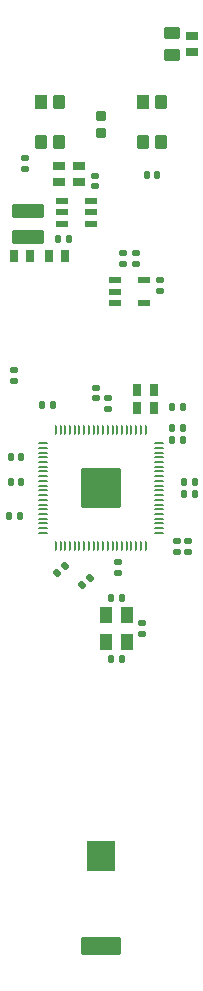
<source format=gtp>
G04*
G04 #@! TF.GenerationSoftware,Altium Limited,Altium Designer,25.4.2 (15)*
G04*
G04 Layer_Color=8421504*
%FSLAX44Y44*%
%MOMM*%
G71*
G04*
G04 #@! TF.SameCoordinates,8C631885-24FB-4105-B1F4-A81627B1BDD2*
G04*
G04*
G04 #@! TF.FilePolarity,Positive*
G04*
G01*
G75*
G04:AMPARAMS|DCode=16|XSize=0.72mm|YSize=0.99mm|CornerRadius=0.09mm|HoleSize=0mm|Usage=FLASHONLY|Rotation=90.000|XOffset=0mm|YOffset=0mm|HoleType=Round|Shape=RoundedRectangle|*
%AMROUNDEDRECTD16*
21,1,0.7200,0.8100,0,0,90.0*
21,1,0.5400,0.9900,0,0,90.0*
1,1,0.1800,0.4050,0.2700*
1,1,0.1800,0.4050,-0.2700*
1,1,0.1800,-0.4050,-0.2700*
1,1,0.1800,-0.4050,0.2700*
%
%ADD16ROUNDEDRECTD16*%
G04:AMPARAMS|DCode=17|XSize=1.4mm|YSize=1.05mm|CornerRadius=0.1313mm|HoleSize=0mm|Usage=FLASHONLY|Rotation=180.000|XOffset=0mm|YOffset=0mm|HoleType=Round|Shape=RoundedRectangle|*
%AMROUNDEDRECTD17*
21,1,1.4000,0.7875,0,0,180.0*
21,1,1.1375,1.0500,0,0,180.0*
1,1,0.2625,-0.5688,0.3938*
1,1,0.2625,0.5688,0.3938*
1,1,0.2625,0.5688,-0.3938*
1,1,0.2625,-0.5688,-0.3938*
%
%ADD17ROUNDEDRECTD17*%
G04:AMPARAMS|DCode=18|XSize=2.6mm|YSize=2.4mm|CornerRadius=0.2mm|HoleSize=0mm|Usage=FLASHONLY|Rotation=90.000|XOffset=0mm|YOffset=0mm|HoleType=Round|Shape=RoundedRectangle|*
%AMROUNDEDRECTD18*
21,1,2.6000,2.0000,0,0,90.0*
21,1,2.2000,2.4000,0,0,90.0*
1,1,0.4000,1.0000,1.1000*
1,1,0.4000,1.0000,-1.1000*
1,1,0.4000,-1.0000,-1.1000*
1,1,0.4000,-1.0000,1.1000*
%
%ADD18ROUNDEDRECTD18*%
G04:AMPARAMS|DCode=19|XSize=1.6mm|YSize=3.4mm|CornerRadius=0.2mm|HoleSize=0mm|Usage=FLASHONLY|Rotation=90.000|XOffset=0mm|YOffset=0mm|HoleType=Round|Shape=RoundedRectangle|*
%AMROUNDEDRECTD19*
21,1,1.6000,3.0000,0,0,90.0*
21,1,1.2000,3.4000,0,0,90.0*
1,1,0.4000,1.5000,0.6000*
1,1,0.4000,1.5000,-0.6000*
1,1,0.4000,-1.5000,-0.6000*
1,1,0.4000,-1.5000,0.6000*
%
%ADD19ROUNDEDRECTD19*%
G04:AMPARAMS|DCode=20|XSize=1.2mm|YSize=2.7mm|CornerRadius=0.05mm|HoleSize=0mm|Usage=FLASHONLY|Rotation=90.000|XOffset=0mm|YOffset=0mm|HoleType=Round|Shape=RoundedRectangle|*
%AMROUNDEDRECTD20*
21,1,1.2000,2.6000,0,0,90.0*
21,1,1.1000,2.7000,0,0,90.0*
1,1,0.1000,1.3000,0.5500*
1,1,0.1000,1.3000,-0.5500*
1,1,0.1000,-1.3000,-0.5500*
1,1,0.1000,-1.3000,0.5500*
%
%ADD20ROUNDEDRECTD20*%
G04:AMPARAMS|DCode=21|XSize=0.8mm|YSize=0.8mm|CornerRadius=0.05mm|HoleSize=0mm|Usage=FLASHONLY|Rotation=270.000|XOffset=0mm|YOffset=0mm|HoleType=Round|Shape=RoundedRectangle|*
%AMROUNDEDRECTD21*
21,1,0.8000,0.7000,0,0,270.0*
21,1,0.7000,0.8000,0,0,270.0*
1,1,0.1000,-0.3500,-0.3500*
1,1,0.1000,-0.3500,0.3500*
1,1,0.1000,0.3500,0.3500*
1,1,0.1000,0.3500,-0.3500*
%
%ADD21ROUNDEDRECTD21*%
G04:AMPARAMS|DCode=22|XSize=0.72mm|YSize=0.99mm|CornerRadius=0.09mm|HoleSize=0mm|Usage=FLASHONLY|Rotation=0.000|XOffset=0mm|YOffset=0mm|HoleType=Round|Shape=RoundedRectangle|*
%AMROUNDEDRECTD22*
21,1,0.7200,0.8100,0,0,0.0*
21,1,0.5400,0.9900,0,0,0.0*
1,1,0.1800,0.2700,-0.4050*
1,1,0.1800,-0.2700,-0.4050*
1,1,0.1800,-0.2700,0.4050*
1,1,0.1800,0.2700,0.4050*
%
%ADD22ROUNDEDRECTD22*%
G04:AMPARAMS|DCode=23|XSize=0.55mm|YSize=0.6mm|CornerRadius=0.0688mm|HoleSize=0mm|Usage=FLASHONLY|Rotation=270.000|XOffset=0mm|YOffset=0mm|HoleType=Round|Shape=RoundedRectangle|*
%AMROUNDEDRECTD23*
21,1,0.5500,0.4625,0,0,270.0*
21,1,0.4125,0.6000,0,0,270.0*
1,1,0.1375,-0.2313,-0.2063*
1,1,0.1375,-0.2313,0.2063*
1,1,0.1375,0.2313,0.2063*
1,1,0.1375,0.2313,-0.2063*
%
%ADD23ROUNDEDRECTD23*%
G04:AMPARAMS|DCode=24|XSize=0.55mm|YSize=0.6mm|CornerRadius=0.0688mm|HoleSize=0mm|Usage=FLASHONLY|Rotation=0.000|XOffset=0mm|YOffset=0mm|HoleType=Round|Shape=RoundedRectangle|*
%AMROUNDEDRECTD24*
21,1,0.5500,0.4625,0,0,0.0*
21,1,0.4125,0.6000,0,0,0.0*
1,1,0.1375,0.2063,-0.2313*
1,1,0.1375,-0.2063,-0.2313*
1,1,0.1375,-0.2063,0.2313*
1,1,0.1375,0.2063,0.2313*
%
%ADD24ROUNDEDRECTD24*%
G04:AMPARAMS|DCode=25|XSize=0.55mm|YSize=0.6mm|CornerRadius=0.0688mm|HoleSize=0mm|Usage=FLASHONLY|Rotation=225.000|XOffset=0mm|YOffset=0mm|HoleType=Round|Shape=RoundedRectangle|*
%AMROUNDEDRECTD25*
21,1,0.5500,0.4625,0,0,225.0*
21,1,0.4125,0.6000,0,0,225.0*
1,1,0.1375,-0.3094,0.0177*
1,1,0.1375,-0.0177,0.3094*
1,1,0.1375,0.3094,-0.0177*
1,1,0.1375,0.0177,-0.3094*
%
%ADD25ROUNDEDRECTD25*%
G04:AMPARAMS|DCode=26|XSize=1.05mm|YSize=0.55mm|CornerRadius=0.0688mm|HoleSize=0mm|Usage=FLASHONLY|Rotation=0.000|XOffset=0mm|YOffset=0mm|HoleType=Round|Shape=RoundedRectangle|*
%AMROUNDEDRECTD26*
21,1,1.0500,0.4125,0,0,0.0*
21,1,0.9125,0.5500,0,0,0.0*
1,1,0.1375,0.4563,-0.2063*
1,1,0.1375,-0.4563,-0.2063*
1,1,0.1375,-0.4563,0.2063*
1,1,0.1375,0.4563,0.2063*
%
%ADD26ROUNDEDRECTD26*%
G04:AMPARAMS|DCode=27|XSize=1.05mm|YSize=1.3mm|CornerRadius=0.05mm|HoleSize=0mm|Usage=FLASHONLY|Rotation=0.000|XOffset=0mm|YOffset=0mm|HoleType=Round|Shape=RoundedRectangle|*
%AMROUNDEDRECTD27*
21,1,1.0500,1.2000,0,0,0.0*
21,1,0.9500,1.3000,0,0,0.0*
1,1,0.1000,0.4750,-0.6000*
1,1,0.1000,-0.4750,-0.6000*
1,1,0.1000,-0.4750,0.6000*
1,1,0.1000,0.4750,0.6000*
%
%ADD27ROUNDEDRECTD27*%
G04:AMPARAMS|DCode=28|XSize=0.2mm|YSize=0.85mm|CornerRadius=0.05mm|HoleSize=0mm|Usage=FLASHONLY|Rotation=90.000|XOffset=0mm|YOffset=0mm|HoleType=Round|Shape=RoundedRectangle|*
%AMROUNDEDRECTD28*
21,1,0.2000,0.7500,0,0,90.0*
21,1,0.1000,0.8500,0,0,90.0*
1,1,0.1000,0.3750,0.0500*
1,1,0.1000,0.3750,-0.0500*
1,1,0.1000,-0.3750,-0.0500*
1,1,0.1000,-0.3750,0.0500*
%
%ADD28ROUNDEDRECTD28*%
G04:AMPARAMS|DCode=29|XSize=0.2mm|YSize=0.85mm|CornerRadius=0.05mm|HoleSize=0mm|Usage=FLASHONLY|Rotation=0.000|XOffset=0mm|YOffset=0mm|HoleType=Round|Shape=RoundedRectangle|*
%AMROUNDEDRECTD29*
21,1,0.2000,0.7500,0,0,0.0*
21,1,0.1000,0.8500,0,0,0.0*
1,1,0.1000,0.0500,-0.3750*
1,1,0.1000,-0.0500,-0.3750*
1,1,0.1000,-0.0500,0.3750*
1,1,0.1000,0.0500,0.3750*
%
%ADD29ROUNDEDRECTD29*%
G04:AMPARAMS|DCode=30|XSize=3.4mm|YSize=3.4mm|CornerRadius=0.05mm|HoleSize=0mm|Usage=FLASHONLY|Rotation=0.000|XOffset=0mm|YOffset=0mm|HoleType=Round|Shape=RoundedRectangle|*
%AMROUNDEDRECTD30*
21,1,3.4000,3.3000,0,0,0.0*
21,1,3.3000,3.4000,0,0,0.0*
1,1,0.1000,1.6500,-1.6500*
1,1,0.1000,-1.6500,-1.6500*
1,1,0.1000,-1.6500,1.6500*
1,1,0.1000,1.6500,1.6500*
%
%ADD30ROUNDEDRECTD30*%
G04:AMPARAMS|DCode=31|XSize=1.15mm|YSize=1.05mm|CornerRadius=0.1313mm|HoleSize=0mm|Usage=FLASHONLY|Rotation=270.000|XOffset=0mm|YOffset=0mm|HoleType=Round|Shape=RoundedRectangle|*
%AMROUNDEDRECTD31*
21,1,1.1500,0.7875,0,0,270.0*
21,1,0.8875,1.0500,0,0,270.0*
1,1,0.2625,-0.3938,-0.4438*
1,1,0.2625,-0.3938,0.4438*
1,1,0.2625,0.3938,0.4438*
1,1,0.2625,0.3938,-0.4438*
%
%ADD31ROUNDEDRECTD31*%
%ADD32R,1.0500X1.1500*%
D16*
X77000Y369100D02*
D03*
Y382900D02*
D03*
X-18012Y272552D02*
D03*
Y258752D02*
D03*
X-35000Y272900D02*
D03*
Y259100D02*
D03*
D17*
X60000Y366500D02*
D03*
Y385500D02*
D03*
D18*
X0Y-311750D02*
D03*
D19*
Y-387875D02*
D03*
D20*
X-61252Y212742D02*
D03*
Y234742D02*
D03*
D21*
X-1Y315349D02*
D03*
X-1Y300349D02*
D03*
D22*
X-30222Y196818D02*
D03*
X-44022D02*
D03*
X-73740D02*
D03*
X-59940D02*
D03*
X44768Y83026D02*
D03*
X30968D02*
D03*
X44768Y68040D02*
D03*
X30968D02*
D03*
D23*
X50038Y166950D02*
D03*
X50038Y175950D02*
D03*
X19072Y189778D02*
D03*
X19072Y198778D02*
D03*
X64507Y-54062D02*
D03*
X64507Y-45062D02*
D03*
X-63732Y270042D02*
D03*
X-63732Y279042D02*
D03*
X14500Y-72096D02*
D03*
X14500Y-63096D02*
D03*
X35074Y-114658D02*
D03*
Y-123658D02*
D03*
X-73000Y90500D02*
D03*
X-73000Y99500D02*
D03*
X29534Y189806D02*
D03*
X29534Y198806D02*
D03*
X-5058Y264310D02*
D03*
X-5058Y255310D02*
D03*
X74159Y-54062D02*
D03*
X74159Y-45062D02*
D03*
X-3788Y84958D02*
D03*
X-3788Y75958D02*
D03*
X6118Y75814D02*
D03*
X6118Y66814D02*
D03*
D24*
X69546Y51022D02*
D03*
X60546Y51022D02*
D03*
X8984Y-144812D02*
D03*
X17984D02*
D03*
X-76106Y26384D02*
D03*
X-67106Y26384D02*
D03*
X-76106Y4794D02*
D03*
X-67106D02*
D03*
X-36034Y210534D02*
D03*
X-27034D02*
D03*
X79452Y4763D02*
D03*
X70452Y4764D02*
D03*
X38934Y264668D02*
D03*
X47934D02*
D03*
X17730Y-93250D02*
D03*
X8730Y-93250D02*
D03*
X69546Y68802D02*
D03*
X60546D02*
D03*
X69546Y40862D02*
D03*
X60546Y40862D02*
D03*
X-77500Y-24000D02*
D03*
X-68500Y-24000D02*
D03*
X-49436Y70580D02*
D03*
X-40436D02*
D03*
X79452Y-4888D02*
D03*
X70452D02*
D03*
D25*
X-15606Y-82462D02*
D03*
X-9242Y-76098D02*
D03*
X-36688Y-72048D02*
D03*
X-30324Y-65684D02*
D03*
D26*
X36906Y175838D02*
D03*
Y156838D02*
D03*
X11906Y156838D02*
D03*
X11906Y166338D02*
D03*
X11906Y175838D02*
D03*
X-32858Y223894D02*
D03*
Y233394D02*
D03*
X-32858Y242894D02*
D03*
X-7858Y242894D02*
D03*
Y233394D02*
D03*
X-7858Y223894D02*
D03*
D27*
X21980Y-130404D02*
D03*
X21980Y-107404D02*
D03*
X4480D02*
D03*
X4480Y-130404D02*
D03*
D28*
X-49000Y38000D02*
D03*
X-49000Y34000D02*
D03*
X-49000Y30000D02*
D03*
X-49000Y26000D02*
D03*
Y22000D02*
D03*
X-49000Y18000D02*
D03*
Y14000D02*
D03*
X-49000Y10000D02*
D03*
X-49000Y6000D02*
D03*
X-49000Y2000D02*
D03*
X-49000Y-2000D02*
D03*
X-49000Y-6000D02*
D03*
X-49000Y-10000D02*
D03*
X-49000Y-14000D02*
D03*
X-49000Y-18000D02*
D03*
X-49000Y-22000D02*
D03*
X-49000Y-26000D02*
D03*
Y-30000D02*
D03*
X-49000Y-34000D02*
D03*
X-49000Y-38000D02*
D03*
X49000Y-38000D02*
D03*
X49000Y-34000D02*
D03*
X49000Y-30000D02*
D03*
Y-26000D02*
D03*
Y-22000D02*
D03*
X49000Y-18000D02*
D03*
Y-14000D02*
D03*
X49000Y-10000D02*
D03*
Y-6000D02*
D03*
X49000Y-2000D02*
D03*
X49000Y2000D02*
D03*
X49000Y6000D02*
D03*
Y10000D02*
D03*
X49000Y14000D02*
D03*
X49000Y18000D02*
D03*
X49000Y22000D02*
D03*
X49000Y26000D02*
D03*
Y30000D02*
D03*
X49000Y34000D02*
D03*
X49000Y38000D02*
D03*
D29*
X-38000Y-49000D02*
D03*
X-34000Y-49000D02*
D03*
X-30000Y-49000D02*
D03*
X-26000Y-49000D02*
D03*
X-22000D02*
D03*
X-18000Y-49000D02*
D03*
X-14000D02*
D03*
X-10000Y-49000D02*
D03*
X-6000Y-49000D02*
D03*
X-2000Y-49000D02*
D03*
X2000Y-49000D02*
D03*
X6000Y-49000D02*
D03*
X10000Y-49000D02*
D03*
X14000Y-49000D02*
D03*
X18000Y-49000D02*
D03*
X22000Y-49000D02*
D03*
X26000Y-49000D02*
D03*
X30000D02*
D03*
X34000Y-49000D02*
D03*
X38000Y-49000D02*
D03*
X38000Y49000D02*
D03*
X34000Y49000D02*
D03*
X30000Y49000D02*
D03*
X26000D02*
D03*
X22000D02*
D03*
X18000Y49000D02*
D03*
X14000D02*
D03*
X10000Y49000D02*
D03*
X6000D02*
D03*
X2000Y49000D02*
D03*
X-2000Y49000D02*
D03*
X-6000Y49000D02*
D03*
X-10000D02*
D03*
X-14000Y49000D02*
D03*
X-18000Y49000D02*
D03*
X-22000Y49000D02*
D03*
X-26000Y49000D02*
D03*
X-30000D02*
D03*
X-34000Y49000D02*
D03*
X-38000Y49000D02*
D03*
D30*
X0Y0D02*
D03*
D31*
X50952Y293098D02*
D03*
X35452D02*
D03*
X50952Y326598D02*
D03*
X-35408Y293098D02*
D03*
X-50908D02*
D03*
X-35408Y326598D02*
D03*
D32*
X35452D02*
D03*
X-50908D02*
D03*
M02*

</source>
